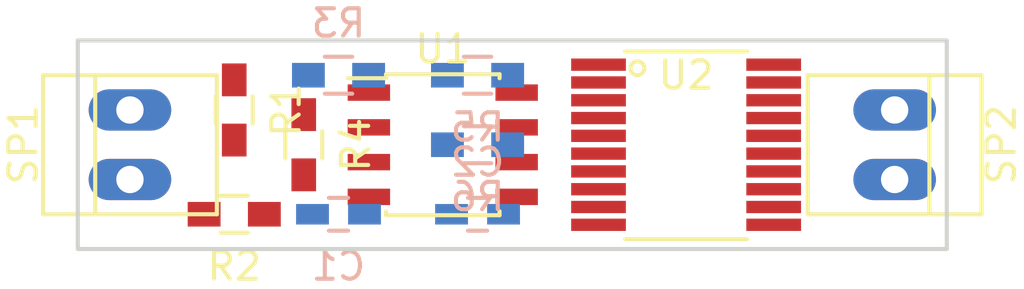
<source format=kicad_pcb>
(kicad_pcb (version 4) (host pcbnew 4.0.2+dfsg1-stable)

  (general
    (links 25)
    (no_connects 25)
    (area 121.209999 93.904999 153.110001 101.675001)
    (thickness 1.6)
    (drawings 4)
    (tracks 0)
    (zones 0)
    (modules 12)
    (nets 24)
  )

  (page A4)
  (layers
    (0 F.Cu signal)
    (31 B.Cu signal)
    (32 B.Adhes user)
    (33 F.Adhes user)
    (34 B.Paste user)
    (35 F.Paste user)
    (36 B.SilkS user)
    (37 F.SilkS user)
    (38 B.Mask user)
    (39 F.Mask user)
    (40 Dwgs.User user)
    (41 Cmts.User user)
    (42 Eco1.User user)
    (43 Eco2.User user)
    (44 Edge.Cuts user)
    (45 Margin user)
    (46 B.CrtYd user)
    (47 F.CrtYd user)
    (48 B.Fab user)
    (49 F.Fab user)
  )

  (setup
    (last_trace_width 0.25)
    (trace_clearance 0.2)
    (zone_clearance 0.508)
    (zone_45_only no)
    (trace_min 0.2)
    (segment_width 0.2)
    (edge_width 0.15)
    (via_size 0.6)
    (via_drill 0.4)
    (via_min_size 0.4)
    (via_min_drill 0.3)
    (uvia_size 0.3)
    (uvia_drill 0.1)
    (uvias_allowed no)
    (uvia_min_size 0.2)
    (uvia_min_drill 0.1)
    (pcb_text_width 0.3)
    (pcb_text_size 1.5 1.5)
    (mod_edge_width 0.15)
    (mod_text_size 1 1)
    (mod_text_width 0.15)
    (pad_size 1.524 1.524)
    (pad_drill 0.762)
    (pad_to_mask_clearance 0.2)
    (aux_axis_origin 0 0)
    (visible_elements FFFFFF7F)
    (pcbplotparams
      (layerselection 0x00030_80000001)
      (usegerberextensions false)
      (excludeedgelayer true)
      (linewidth 0.100000)
      (plotframeref false)
      (viasonmask false)
      (mode 1)
      (useauxorigin false)
      (hpglpennumber 1)
      (hpglpenspeed 20)
      (hpglpendiameter 15)
      (hpglpenoverlay 2)
      (psnegative false)
      (psa4output false)
      (plotreference true)
      (plotvalue true)
      (plotinvisibletext false)
      (padsonsilk false)
      (subtractmaskfromsilk false)
      (outputformat 1)
      (mirror false)
      (drillshape 1)
      (scaleselection 1)
      (outputdirectory ""))
  )

  (net 0 "")
  (net 1 "Net-(C1-Pad1)")
  (net 2 GND)
  (net 3 "Net-(C2-Pad1)")
  (net 4 +3V3)
  (net 5 "Net-(R1-Pad2)")
  (net 6 ADC3)
  (net 7 "Net-(R3-Pad2)")
  (net 8 ADC9)
  (net 9 "Net-(R5-Pad2)")
  (net 10 "Net-(U2-Pad3)")
  (net 11 "Net-(U2-Pad4)")
  (net 12 "Net-(U2-Pad5)")
  (net 13 "Net-(U2-Pad6)")
  (net 14 "Net-(U2-Pad7)")
  (net 15 "Net-(U2-Pad8)")
  (net 16 "Net-(U2-Pad11)")
  (net 17 "Net-(U2-Pad12)")
  (net 18 "Net-(U2-Pad13)")
  (net 19 "Net-(U2-Pad14)")
  (net 20 "Net-(U2-Pad19)")
  (net 21 "Net-(U2-Pad20)")
  (net 22 TX_B)
  (net 23 TX_A)

  (net_class Default "This is the default net class."
    (clearance 0.2)
    (trace_width 0.25)
    (via_dia 0.6)
    (via_drill 0.4)
    (uvia_dia 0.3)
    (uvia_drill 0.1)
    (add_net +3V3)
    (add_net ADC3)
    (add_net ADC9)
    (add_net GND)
    (add_net "Net-(C1-Pad1)")
    (add_net "Net-(C2-Pad1)")
    (add_net "Net-(R1-Pad2)")
    (add_net "Net-(R3-Pad2)")
    (add_net "Net-(R5-Pad2)")
    (add_net "Net-(U2-Pad11)")
    (add_net "Net-(U2-Pad12)")
    (add_net "Net-(U2-Pad13)")
    (add_net "Net-(U2-Pad14)")
    (add_net "Net-(U2-Pad19)")
    (add_net "Net-(U2-Pad20)")
    (add_net "Net-(U2-Pad3)")
    (add_net "Net-(U2-Pad4)")
    (add_net "Net-(U2-Pad5)")
    (add_net "Net-(U2-Pad6)")
    (add_net "Net-(U2-Pad7)")
    (add_net "Net-(U2-Pad8)")
    (add_net TX_A)
    (add_net TX_B)
  )

  (module Resistors_SMD:R_0603_HandSoldering (layer B.Cu) (tedit 5418A00F) (tstamp 5AFCA13D)
    (at 135.89 97.79)
    (descr "Resistor SMD 0603, hand soldering")
    (tags "resistor 0603")
    (path /5AFCAD5E)
    (attr smd)
    (fp_text reference R6 (at 0 1.9) (layer B.SilkS)
      (effects (font (size 1 1) (thickness 0.15)) (justify mirror))
    )
    (fp_text value R (at 0 -1.9) (layer B.Fab)
      (effects (font (size 1 1) (thickness 0.15)) (justify mirror))
    )
    (fp_line (start -2 0.8) (end 2 0.8) (layer B.CrtYd) (width 0.05))
    (fp_line (start -2 -0.8) (end 2 -0.8) (layer B.CrtYd) (width 0.05))
    (fp_line (start -2 0.8) (end -2 -0.8) (layer B.CrtYd) (width 0.05))
    (fp_line (start 2 0.8) (end 2 -0.8) (layer B.CrtYd) (width 0.05))
    (fp_line (start 0.5 -0.675) (end -0.5 -0.675) (layer B.SilkS) (width 0.15))
    (fp_line (start -0.5 0.675) (end 0.5 0.675) (layer B.SilkS) (width 0.15))
    (pad 1 smd rect (at -1.1 0) (size 1.2 0.9) (layers B.Cu B.Paste B.Mask)
      (net 9 "Net-(R5-Pad2)"))
    (pad 2 smd rect (at 1.1 0) (size 1.2 0.9) (layers B.Cu B.Paste B.Mask)
      (net 3 "Net-(C2-Pad1)"))
    (model Resistors_SMD.3dshapes/R_0603_HandSoldering.wrl
      (at (xyz 0 0 0))
      (scale (xyz 1 1 1))
      (rotate (xyz 0 0 0))
    )
  )

  (module Capacitors_SMD:C_0603_HandSoldering (layer B.Cu) (tedit 541A9B4D) (tstamp 5AFCA113)
    (at 130.81 100.33)
    (descr "Capacitor SMD 0603, hand soldering")
    (tags "capacitor 0603")
    (path /5AFCA764)
    (attr smd)
    (fp_text reference C1 (at 0 1.9) (layer B.SilkS)
      (effects (font (size 1 1) (thickness 0.15)) (justify mirror))
    )
    (fp_text value C (at 0 -1.9) (layer B.Fab)
      (effects (font (size 1 1) (thickness 0.15)) (justify mirror))
    )
    (fp_line (start -1.85 0.75) (end 1.85 0.75) (layer B.CrtYd) (width 0.05))
    (fp_line (start -1.85 -0.75) (end 1.85 -0.75) (layer B.CrtYd) (width 0.05))
    (fp_line (start -1.85 0.75) (end -1.85 -0.75) (layer B.CrtYd) (width 0.05))
    (fp_line (start 1.85 0.75) (end 1.85 -0.75) (layer B.CrtYd) (width 0.05))
    (fp_line (start -0.35 0.6) (end 0.35 0.6) (layer B.SilkS) (width 0.15))
    (fp_line (start 0.35 -0.6) (end -0.35 -0.6) (layer B.SilkS) (width 0.15))
    (pad 1 smd rect (at -0.95 0) (size 1.2 0.75) (layers B.Cu B.Paste B.Mask)
      (net 1 "Net-(C1-Pad1)"))
    (pad 2 smd rect (at 0.95 0) (size 1.2 0.75) (layers B.Cu B.Paste B.Mask)
      (net 2 GND))
    (model Capacitors_SMD.3dshapes/C_0603_HandSoldering.wrl
      (at (xyz 0 0 0))
      (scale (xyz 1 1 1))
      (rotate (xyz 0 0 0))
    )
  )

  (module Capacitors_SMD:C_0603_HandSoldering (layer B.Cu) (tedit 541A9B4D) (tstamp 5AFCA119)
    (at 135.89 100.33 180)
    (descr "Capacitor SMD 0603, hand soldering")
    (tags "capacitor 0603")
    (path /5AFCAFC9)
    (attr smd)
    (fp_text reference C2 (at 0 1.9 180) (layer B.SilkS)
      (effects (font (size 1 1) (thickness 0.15)) (justify mirror))
    )
    (fp_text value C (at 0 -1.9 180) (layer B.Fab)
      (effects (font (size 1 1) (thickness 0.15)) (justify mirror))
    )
    (fp_line (start -1.85 0.75) (end 1.85 0.75) (layer B.CrtYd) (width 0.05))
    (fp_line (start -1.85 -0.75) (end 1.85 -0.75) (layer B.CrtYd) (width 0.05))
    (fp_line (start -1.85 0.75) (end -1.85 -0.75) (layer B.CrtYd) (width 0.05))
    (fp_line (start 1.85 0.75) (end 1.85 -0.75) (layer B.CrtYd) (width 0.05))
    (fp_line (start -0.35 0.6) (end 0.35 0.6) (layer B.SilkS) (width 0.15))
    (fp_line (start 0.35 -0.6) (end -0.35 -0.6) (layer B.SilkS) (width 0.15))
    (pad 1 smd rect (at -0.95 0 180) (size 1.2 0.75) (layers B.Cu B.Paste B.Mask)
      (net 3 "Net-(C2-Pad1)"))
    (pad 2 smd rect (at 0.95 0 180) (size 1.2 0.75) (layers B.Cu B.Paste B.Mask)
      (net 2 GND))
    (model Capacitors_SMD.3dshapes/C_0603_HandSoldering.wrl
      (at (xyz 0 0 0))
      (scale (xyz 1 1 1))
      (rotate (xyz 0 0 0))
    )
  )

  (module Resistors_SMD:R_0603_HandSoldering (layer F.Cu) (tedit 5418A00F) (tstamp 5AFCA11F)
    (at 127 96.52 270)
    (descr "Resistor SMD 0603, hand soldering")
    (tags "resistor 0603")
    (path /5AFCA35F)
    (attr smd)
    (fp_text reference R1 (at 0 -1.9 270) (layer F.SilkS)
      (effects (font (size 1 1) (thickness 0.15)))
    )
    (fp_text value R (at 0 1.9 270) (layer F.Fab)
      (effects (font (size 1 1) (thickness 0.15)))
    )
    (fp_line (start -2 -0.8) (end 2 -0.8) (layer F.CrtYd) (width 0.05))
    (fp_line (start -2 0.8) (end 2 0.8) (layer F.CrtYd) (width 0.05))
    (fp_line (start -2 -0.8) (end -2 0.8) (layer F.CrtYd) (width 0.05))
    (fp_line (start 2 -0.8) (end 2 0.8) (layer F.CrtYd) (width 0.05))
    (fp_line (start 0.5 0.675) (end -0.5 0.675) (layer F.SilkS) (width 0.15))
    (fp_line (start -0.5 -0.675) (end 0.5 -0.675) (layer F.SilkS) (width 0.15))
    (pad 1 smd rect (at -1.1 0 270) (size 1.2 0.9) (layers F.Cu F.Paste F.Mask)
      (net 4 +3V3))
    (pad 2 smd rect (at 1.1 0 270) (size 1.2 0.9) (layers F.Cu F.Paste F.Mask)
      (net 5 "Net-(R1-Pad2)"))
    (model Resistors_SMD.3dshapes/R_0603_HandSoldering.wrl
      (at (xyz 0 0 0))
      (scale (xyz 1 1 1))
      (rotate (xyz 0 0 0))
    )
  )

  (module Resistors_SMD:R_0603_HandSoldering (layer F.Cu) (tedit 5418A00F) (tstamp 5AFCA125)
    (at 127 100.33 180)
    (descr "Resistor SMD 0603, hand soldering")
    (tags "resistor 0603")
    (path /5AFCA3F6)
    (attr smd)
    (fp_text reference R2 (at 0 -1.9 180) (layer F.SilkS)
      (effects (font (size 1 1) (thickness 0.15)))
    )
    (fp_text value R (at 0 1.9 180) (layer F.Fab)
      (effects (font (size 1 1) (thickness 0.15)))
    )
    (fp_line (start -2 -0.8) (end 2 -0.8) (layer F.CrtYd) (width 0.05))
    (fp_line (start -2 0.8) (end 2 0.8) (layer F.CrtYd) (width 0.05))
    (fp_line (start -2 -0.8) (end -2 0.8) (layer F.CrtYd) (width 0.05))
    (fp_line (start 2 -0.8) (end 2 0.8) (layer F.CrtYd) (width 0.05))
    (fp_line (start 0.5 0.675) (end -0.5 0.675) (layer F.SilkS) (width 0.15))
    (fp_line (start -0.5 -0.675) (end 0.5 -0.675) (layer F.SilkS) (width 0.15))
    (pad 1 smd rect (at -1.1 0 180) (size 1.2 0.9) (layers F.Cu F.Paste F.Mask)
      (net 5 "Net-(R1-Pad2)"))
    (pad 2 smd rect (at 1.1 0 180) (size 1.2 0.9) (layers F.Cu F.Paste F.Mask)
      (net 2 GND))
    (model Resistors_SMD.3dshapes/R_0603_HandSoldering.wrl
      (at (xyz 0 0 0))
      (scale (xyz 1 1 1))
      (rotate (xyz 0 0 0))
    )
  )

  (module Resistors_SMD:R_0603_HandSoldering (layer B.Cu) (tedit 5418A00F) (tstamp 5AFCA12B)
    (at 130.81 95.25 180)
    (descr "Resistor SMD 0603, hand soldering")
    (tags "resistor 0603")
    (path /5AFCA69F)
    (attr smd)
    (fp_text reference R3 (at 0 1.9 180) (layer B.SilkS)
      (effects (font (size 1 1) (thickness 0.15)) (justify mirror))
    )
    (fp_text value R (at 0 -1.9 180) (layer B.Fab)
      (effects (font (size 1 1) (thickness 0.15)) (justify mirror))
    )
    (fp_line (start -2 0.8) (end 2 0.8) (layer B.CrtYd) (width 0.05))
    (fp_line (start -2 -0.8) (end 2 -0.8) (layer B.CrtYd) (width 0.05))
    (fp_line (start -2 0.8) (end -2 -0.8) (layer B.CrtYd) (width 0.05))
    (fp_line (start 2 0.8) (end 2 -0.8) (layer B.CrtYd) (width 0.05))
    (fp_line (start 0.5 -0.675) (end -0.5 -0.675) (layer B.SilkS) (width 0.15))
    (fp_line (start -0.5 0.675) (end 0.5 0.675) (layer B.SilkS) (width 0.15))
    (pad 1 smd rect (at -1.1 0 180) (size 1.2 0.9) (layers B.Cu B.Paste B.Mask)
      (net 6 ADC3))
    (pad 2 smd rect (at 1.1 0 180) (size 1.2 0.9) (layers B.Cu B.Paste B.Mask)
      (net 7 "Net-(R3-Pad2)"))
    (model Resistors_SMD.3dshapes/R_0603_HandSoldering.wrl
      (at (xyz 0 0 0))
      (scale (xyz 1 1 1))
      (rotate (xyz 0 0 0))
    )
  )

  (module Resistors_SMD:R_0603_HandSoldering (layer F.Cu) (tedit 5418A00F) (tstamp 5AFCA131)
    (at 129.54 97.79 270)
    (descr "Resistor SMD 0603, hand soldering")
    (tags "resistor 0603")
    (path /5AFCA6FE)
    (attr smd)
    (fp_text reference R4 (at 0 -1.9 270) (layer F.SilkS)
      (effects (font (size 1 1) (thickness 0.15)))
    )
    (fp_text value R (at 0 1.9 270) (layer F.Fab)
      (effects (font (size 1 1) (thickness 0.15)))
    )
    (fp_line (start -2 -0.8) (end 2 -0.8) (layer F.CrtYd) (width 0.05))
    (fp_line (start -2 0.8) (end 2 0.8) (layer F.CrtYd) (width 0.05))
    (fp_line (start -2 -0.8) (end -2 0.8) (layer F.CrtYd) (width 0.05))
    (fp_line (start 2 -0.8) (end 2 0.8) (layer F.CrtYd) (width 0.05))
    (fp_line (start 0.5 0.675) (end -0.5 0.675) (layer F.SilkS) (width 0.15))
    (fp_line (start -0.5 -0.675) (end 0.5 -0.675) (layer F.SilkS) (width 0.15))
    (pad 1 smd rect (at -1.1 0 270) (size 1.2 0.9) (layers F.Cu F.Paste F.Mask)
      (net 7 "Net-(R3-Pad2)"))
    (pad 2 smd rect (at 1.1 0 270) (size 1.2 0.9) (layers F.Cu F.Paste F.Mask)
      (net 1 "Net-(C1-Pad1)"))
    (model Resistors_SMD.3dshapes/R_0603_HandSoldering.wrl
      (at (xyz 0 0 0))
      (scale (xyz 1 1 1))
      (rotate (xyz 0 0 0))
    )
  )

  (module Resistors_SMD:R_0603_HandSoldering (layer B.Cu) (tedit 5418A00F) (tstamp 5AFCA137)
    (at 135.89 95.25)
    (descr "Resistor SMD 0603, hand soldering")
    (tags "resistor 0603")
    (path /5AFCA99A)
    (attr smd)
    (fp_text reference R5 (at 0 1.9) (layer B.SilkS)
      (effects (font (size 1 1) (thickness 0.15)) (justify mirror))
    )
    (fp_text value R (at 0 -1.9) (layer B.Fab)
      (effects (font (size 1 1) (thickness 0.15)) (justify mirror))
    )
    (fp_line (start -2 0.8) (end 2 0.8) (layer B.CrtYd) (width 0.05))
    (fp_line (start -2 -0.8) (end 2 -0.8) (layer B.CrtYd) (width 0.05))
    (fp_line (start -2 0.8) (end -2 -0.8) (layer B.CrtYd) (width 0.05))
    (fp_line (start 2 0.8) (end 2 -0.8) (layer B.CrtYd) (width 0.05))
    (fp_line (start 0.5 -0.675) (end -0.5 -0.675) (layer B.SilkS) (width 0.15))
    (fp_line (start -0.5 0.675) (end 0.5 0.675) (layer B.SilkS) (width 0.15))
    (pad 1 smd rect (at -1.1 0) (size 1.2 0.9) (layers B.Cu B.Paste B.Mask)
      (net 8 ADC9))
    (pad 2 smd rect (at 1.1 0) (size 1.2 0.9) (layers B.Cu B.Paste B.Mask)
      (net 9 "Net-(R5-Pad2)"))
    (model Resistors_SMD.3dshapes/R_0603_HandSoldering.wrl
      (at (xyz 0 0 0))
      (scale (xyz 1 1 1))
      (rotate (xyz 0 0 0))
    )
  )

  (module Connect:PINHEAD1-2 (layer F.Cu) (tedit 0) (tstamp 5AFCA143)
    (at 123.19 97.79 90)
    (path /5AFCA044)
    (attr virtual)
    (fp_text reference SP1 (at 0 -3.9 90) (layer F.SilkS)
      (effects (font (size 1 1) (thickness 0.15)))
    )
    (fp_text value SPEAKER (at 0 3.81 90) (layer F.Fab)
      (effects (font (size 1 1) (thickness 0.15)))
    )
    (fp_line (start 2.54 -1.27) (end -2.54 -1.27) (layer F.SilkS) (width 0.15))
    (fp_line (start 2.54 3.175) (end -2.54 3.175) (layer F.SilkS) (width 0.15))
    (fp_line (start -2.54 -3.175) (end 2.54 -3.175) (layer F.SilkS) (width 0.15))
    (fp_line (start -2.54 -3.175) (end -2.54 3.175) (layer F.SilkS) (width 0.15))
    (fp_line (start 2.54 -3.175) (end 2.54 3.175) (layer F.SilkS) (width 0.15))
    (pad 1 thru_hole oval (at -1.27 0 90) (size 1.50622 3.01498) (drill 0.99822) (layers *.Cu *.Mask)
      (net 2 GND))
    (pad 2 thru_hole oval (at 1.27 0 90) (size 1.50622 3.01498) (drill 0.99822) (layers *.Cu *.Mask)
      (net 5 "Net-(R1-Pad2)"))
  )

  (module Housings_SOIC:SOIC-8_3.9x4.9mm_Pitch1.27mm (layer F.Cu) (tedit 54130A77) (tstamp 5AFCA14F)
    (at 134.62 97.79)
    (descr "8-Lead Plastic Small Outline (SN) - Narrow, 3.90 mm Body [SOIC] (see Microchip Packaging Specification 00000049BS.pdf)")
    (tags "SOIC 1.27")
    (path /5AFC9842)
    (attr smd)
    (fp_text reference U1 (at 0 -3.5) (layer F.SilkS)
      (effects (font (size 1 1) (thickness 0.15)))
    )
    (fp_text value OP275 (at 0 3.5) (layer F.Fab)
      (effects (font (size 1 1) (thickness 0.15)))
    )
    (fp_line (start -3.75 -2.75) (end -3.75 2.75) (layer F.CrtYd) (width 0.05))
    (fp_line (start 3.75 -2.75) (end 3.75 2.75) (layer F.CrtYd) (width 0.05))
    (fp_line (start -3.75 -2.75) (end 3.75 -2.75) (layer F.CrtYd) (width 0.05))
    (fp_line (start -3.75 2.75) (end 3.75 2.75) (layer F.CrtYd) (width 0.05))
    (fp_line (start -2.075 -2.575) (end -2.075 -2.43) (layer F.SilkS) (width 0.15))
    (fp_line (start 2.075 -2.575) (end 2.075 -2.43) (layer F.SilkS) (width 0.15))
    (fp_line (start 2.075 2.575) (end 2.075 2.43) (layer F.SilkS) (width 0.15))
    (fp_line (start -2.075 2.575) (end -2.075 2.43) (layer F.SilkS) (width 0.15))
    (fp_line (start -2.075 -2.575) (end 2.075 -2.575) (layer F.SilkS) (width 0.15))
    (fp_line (start -2.075 2.575) (end 2.075 2.575) (layer F.SilkS) (width 0.15))
    (fp_line (start -2.075 -2.43) (end -3.475 -2.43) (layer F.SilkS) (width 0.15))
    (pad 1 smd rect (at -2.7 -1.905) (size 1.55 0.6) (layers F.Cu F.Paste F.Mask)
      (net 6 ADC3))
    (pad 2 smd rect (at -2.7 -0.635) (size 1.55 0.6) (layers F.Cu F.Paste F.Mask)
      (net 7 "Net-(R3-Pad2)"))
    (pad 3 smd rect (at -2.7 0.635) (size 1.55 0.6) (layers F.Cu F.Paste F.Mask)
      (net 5 "Net-(R1-Pad2)"))
    (pad 4 smd rect (at -2.7 1.905) (size 1.55 0.6) (layers F.Cu F.Paste F.Mask)
      (net 2 GND))
    (pad 5 smd rect (at 2.7 1.905) (size 1.55 0.6) (layers F.Cu F.Paste F.Mask)
      (net 6 ADC3))
    (pad 6 smd rect (at 2.7 0.635) (size 1.55 0.6) (layers F.Cu F.Paste F.Mask)
      (net 9 "Net-(R5-Pad2)"))
    (pad 7 smd rect (at 2.7 -0.635) (size 1.55 0.6) (layers F.Cu F.Paste F.Mask)
      (net 8 ADC9))
    (pad 8 smd rect (at 2.7 -1.905) (size 1.55 0.6) (layers F.Cu F.Paste F.Mask)
      (net 4 +3V3))
    (model Housings_SOIC.3dshapes/SOIC-8_3.9x4.9mm_Pitch1.27mm.wrl
      (at (xyz 0 0 0))
      (scale (xyz 1 1 1))
      (rotate (xyz 0 0 0))
    )
  )

  (module TSSOP20_handsolder:TSSOP-20_4.4x6.5mm_Pitch0.65mm (layer F.Cu) (tedit 5AD3B92C) (tstamp 5AFCA167)
    (at 143.51 97.79)
    (descr "20-Lead Plastic Thin Shrink Small Outline (ST)-4.4 mm Body [TSSOP] (see Microchip Packaging Specification 00000049BS.pdf)")
    (tags "SSOP 0.65")
    (path /5AFC9A28)
    (attr smd)
    (fp_text reference U2 (at 0 -2.54) (layer F.SilkS)
      (effects (font (size 1 1) (thickness 0.15)))
    )
    (fp_text value LPC824M201JDH20 (at 0 4.3) (layer F.Fab)
      (effects (font (size 1 1) (thickness 0.15)))
    )
    (fp_circle (center -1.778 -2.794) (end -1.524 -2.794) (layer F.SilkS) (width 0.15))
    (fp_line (start -2.225 -3.408) (end 2.225 -3.408) (layer F.SilkS) (width 0.15))
    (fp_line (start -4.191 3.556) (end 4.191 3.556) (layer F.CrtYd) (width 0.05))
    (fp_line (start -4.191 -3.556) (end 4.191 -3.556) (layer F.CrtYd) (width 0.05))
    (fp_line (start -1.2 -3.25) (end 2.2 -3.25) (layer F.Fab) (width 0.15))
    (fp_line (start 2.2 -3.25) (end 2.2 3.25) (layer F.Fab) (width 0.15))
    (fp_line (start 2.2 3.25) (end -2.2 3.25) (layer F.Fab) (width 0.15))
    (fp_line (start -2.2 3.25) (end -2.2 -2.25) (layer F.Fab) (width 0.15))
    (fp_line (start -2.2 -2.25) (end -1.2 -3.25) (layer F.Fab) (width 0.15))
    (fp_line (start -4.204 -3.55) (end -4.204 3.55) (layer F.CrtYd) (width 0.05))
    (fp_line (start 4.204 -3.55) (end 4.204 3.55) (layer F.CrtYd) (width 0.05))
    (fp_line (start -2.225 3.45) (end 2.225 3.45) (layer F.SilkS) (width 0.15))
    (fp_text user %R (at 0 0) (layer F.Fab)
      (effects (font (size 0.8 0.8) (thickness 0.15)))
    )
    (pad 1 smd rect (at -3.2 -2.925) (size 2 0.45) (layers F.Cu F.Paste F.Mask)
      (net 6 ADC3))
    (pad 2 smd rect (at -3.2 -2.275) (size 2 0.45) (layers F.Cu F.Paste F.Mask)
      (net 8 ADC9))
    (pad 3 smd rect (at -3.2 -1.625) (size 2 0.45) (layers F.Cu F.Paste F.Mask)
      (net 10 "Net-(U2-Pad3)"))
    (pad 4 smd rect (at -3.2 -0.975) (size 2 0.45) (layers F.Cu F.Paste F.Mask)
      (net 11 "Net-(U2-Pad4)"))
    (pad 5 smd rect (at -3.2 -0.325) (size 2 0.45) (layers F.Cu F.Paste F.Mask)
      (net 12 "Net-(U2-Pad5)"))
    (pad 6 smd rect (at -3.2 0.325) (size 2 0.45) (layers F.Cu F.Paste F.Mask)
      (net 13 "Net-(U2-Pad6)"))
    (pad 7 smd rect (at -3.2 0.975) (size 2 0.45) (layers F.Cu F.Paste F.Mask)
      (net 14 "Net-(U2-Pad7)"))
    (pad 8 smd rect (at -3.2 1.625) (size 2 0.45) (layers F.Cu F.Paste F.Mask)
      (net 15 "Net-(U2-Pad8)"))
    (pad 9 smd rect (at -3.2 2.275) (size 2 0.45) (layers F.Cu F.Paste F.Mask)
      (net 22 TX_B))
    (pad 10 smd rect (at -3.2 2.925) (size 2 0.45) (layers F.Cu F.Paste F.Mask)
      (net 23 TX_A))
    (pad 11 smd rect (at 3.2 2.925) (size 2 0.45) (layers F.Cu F.Paste F.Mask)
      (net 16 "Net-(U2-Pad11)"))
    (pad 12 smd rect (at 3.2 2.275) (size 2 0.45) (layers F.Cu F.Paste F.Mask)
      (net 17 "Net-(U2-Pad12)"))
    (pad 13 smd rect (at 3.2 1.625) (size 2 0.45) (layers F.Cu F.Paste F.Mask)
      (net 18 "Net-(U2-Pad13)"))
    (pad 14 smd rect (at 3.2 0.975) (size 2 0.45) (layers F.Cu F.Paste F.Mask)
      (net 19 "Net-(U2-Pad14)"))
    (pad 15 smd rect (at 3.2 0.325) (size 2 0.45) (layers F.Cu F.Paste F.Mask)
      (net 4 +3V3))
    (pad 16 smd rect (at 3.2 -0.325) (size 2 0.45) (layers F.Cu F.Paste F.Mask)
      (net 2 GND))
    (pad 17 smd rect (at 3.2 -0.975) (size 2 0.45) (layers F.Cu F.Paste F.Mask)
      (net 2 GND))
    (pad 18 smd rect (at 3.2 -1.625) (size 2 0.45) (layers F.Cu F.Paste F.Mask)
      (net 4 +3V3))
    (pad 19 smd rect (at 3.2 -2.275) (size 2 0.45) (layers F.Cu F.Paste F.Mask)
      (net 20 "Net-(U2-Pad19)"))
    (pad 20 smd rect (at 3.2 -2.925) (size 2 0.45) (layers F.Cu F.Paste F.Mask)
      (net 21 "Net-(U2-Pad20)"))
    (model ${KISYS3DMOD}/Housings_SSOP.3dshapes/TSSOP-20_4.4x6.5mm_Pitch0.65mm.wrl
      (at (xyz 0 0 0))
      (scale (xyz 1 1 1))
      (rotate (xyz 0 0 0))
    )
  )

  (module Connect:PINHEAD1-2 (layer F.Cu) (tedit 0) (tstamp 5AFCA34A)
    (at 151.13 97.79 270)
    (path /5AFCBA20)
    (attr virtual)
    (fp_text reference SP2 (at 0 -3.9 270) (layer F.SilkS)
      (effects (font (size 1 1) (thickness 0.15)))
    )
    (fp_text value SPEAKER (at 0 3.81 270) (layer F.Fab)
      (effects (font (size 1 1) (thickness 0.15)))
    )
    (fp_line (start 2.54 -1.27) (end -2.54 -1.27) (layer F.SilkS) (width 0.15))
    (fp_line (start 2.54 3.175) (end -2.54 3.175) (layer F.SilkS) (width 0.15))
    (fp_line (start -2.54 -3.175) (end 2.54 -3.175) (layer F.SilkS) (width 0.15))
    (fp_line (start -2.54 -3.175) (end -2.54 3.175) (layer F.SilkS) (width 0.15))
    (fp_line (start 2.54 -3.175) (end 2.54 3.175) (layer F.SilkS) (width 0.15))
    (pad 1 thru_hole oval (at -1.27 0 270) (size 1.50622 3.01498) (drill 0.99822) (layers *.Cu *.Mask)
      (net 22 TX_B))
    (pad 2 thru_hole oval (at 1.27 0 270) (size 1.50622 3.01498) (drill 0.99822) (layers *.Cu *.Mask)
      (net 23 TX_A))
  )

  (gr_line (start 121.285 101.6) (end 121.285 93.98) (angle 90) (layer Edge.Cuts) (width 0.15))
  (gr_line (start 153.035 101.6) (end 121.285 101.6) (angle 90) (layer Edge.Cuts) (width 0.15))
  (gr_line (start 153.035 93.98) (end 153.035 101.6) (angle 90) (layer Edge.Cuts) (width 0.15))
  (gr_line (start 121.285 93.98) (end 153.035 93.98) (angle 90) (layer Edge.Cuts) (width 0.15))

)

</source>
